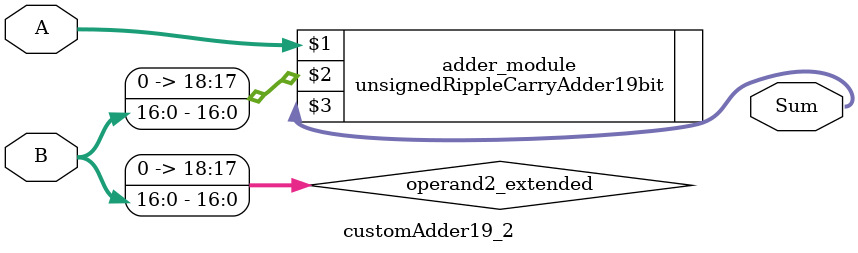
<source format=v>

module customAdder19_2(
                    input [18 : 0] A,
                    input [16 : 0] B,
                    
                    output [19 : 0] Sum
            );

    wire [18 : 0] operand2_extended;
    
    assign operand2_extended =  {2'b0, B};
    
    unsignedRippleCarryAdder19bit adder_module(
        A,
        operand2_extended,
        Sum
    );
    
endmodule
        
</source>
